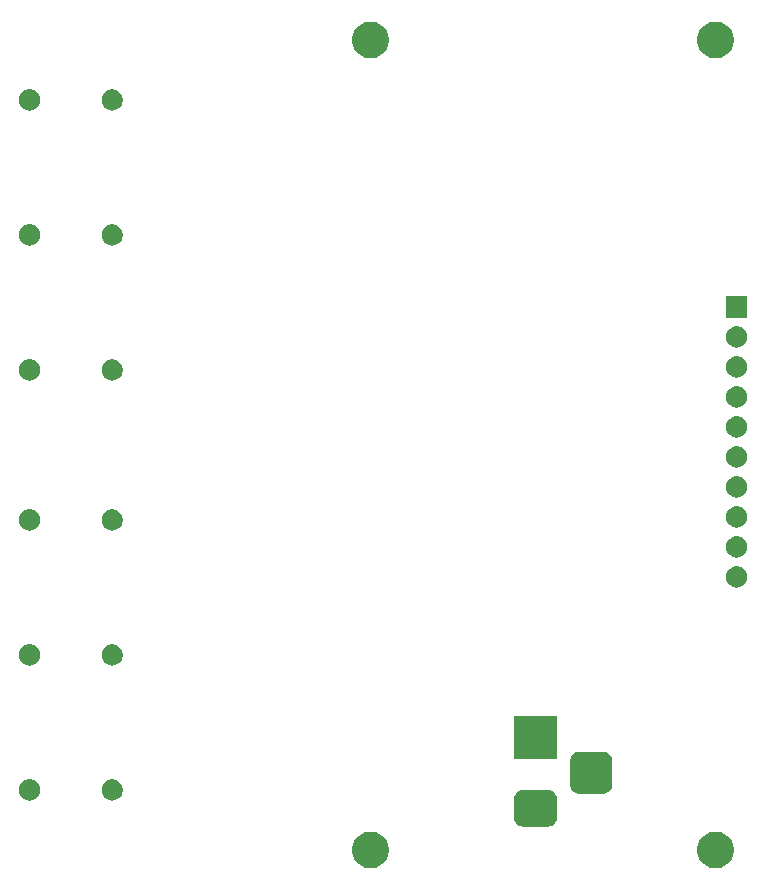
<source format=gbr>
G04 #@! TF.GenerationSoftware,KiCad,Pcbnew,(5.1.5)-3*
G04 #@! TF.CreationDate,2020-02-29T11:27:19+11:00*
G04 #@! TF.ProjectId,ADE7816_Breakout,41444537-3831-4365-9f42-7265616b6f75,rev?*
G04 #@! TF.SameCoordinates,Original*
G04 #@! TF.FileFunction,Soldermask,Bot*
G04 #@! TF.FilePolarity,Negative*
%FSLAX46Y46*%
G04 Gerber Fmt 4.6, Leading zero omitted, Abs format (unit mm)*
G04 Created by KiCad (PCBNEW (5.1.5)-3) date 2020-02-29 11:27:19*
%MOMM*%
%LPD*%
G04 APERTURE LIST*
%ADD10C,0.100000*%
G04 APERTURE END LIST*
D10*
G36*
X156512585Y-101348802D02*
G01*
X156662410Y-101378604D01*
X156944674Y-101495521D01*
X157198705Y-101665259D01*
X157414741Y-101881295D01*
X157584479Y-102135326D01*
X157701396Y-102417590D01*
X157761000Y-102717240D01*
X157761000Y-103022760D01*
X157701396Y-103322410D01*
X157584479Y-103604674D01*
X157414741Y-103858705D01*
X157198705Y-104074741D01*
X156944674Y-104244479D01*
X156662410Y-104361396D01*
X156512585Y-104391198D01*
X156362761Y-104421000D01*
X156057239Y-104421000D01*
X155907415Y-104391198D01*
X155757590Y-104361396D01*
X155475326Y-104244479D01*
X155221295Y-104074741D01*
X155005259Y-103858705D01*
X154835521Y-103604674D01*
X154718604Y-103322410D01*
X154659000Y-103022760D01*
X154659000Y-102717240D01*
X154718604Y-102417590D01*
X154835521Y-102135326D01*
X155005259Y-101881295D01*
X155221295Y-101665259D01*
X155475326Y-101495521D01*
X155757590Y-101378604D01*
X155907415Y-101348802D01*
X156057239Y-101319000D01*
X156362761Y-101319000D01*
X156512585Y-101348802D01*
G37*
G36*
X127302585Y-101348802D02*
G01*
X127452410Y-101378604D01*
X127734674Y-101495521D01*
X127988705Y-101665259D01*
X128204741Y-101881295D01*
X128374479Y-102135326D01*
X128491396Y-102417590D01*
X128551000Y-102717240D01*
X128551000Y-103022760D01*
X128491396Y-103322410D01*
X128374479Y-103604674D01*
X128204741Y-103858705D01*
X127988705Y-104074741D01*
X127734674Y-104244479D01*
X127452410Y-104361396D01*
X127302585Y-104391198D01*
X127152761Y-104421000D01*
X126847239Y-104421000D01*
X126697415Y-104391198D01*
X126547590Y-104361396D01*
X126265326Y-104244479D01*
X126011295Y-104074741D01*
X125795259Y-103858705D01*
X125625521Y-103604674D01*
X125508604Y-103322410D01*
X125449000Y-103022760D01*
X125449000Y-102717240D01*
X125508604Y-102417590D01*
X125625521Y-102135326D01*
X125795259Y-101881295D01*
X126011295Y-101665259D01*
X126265326Y-101495521D01*
X126547590Y-101378604D01*
X126697415Y-101348802D01*
X126847239Y-101319000D01*
X127152761Y-101319000D01*
X127302585Y-101348802D01*
G37*
G36*
X142196979Y-97808293D02*
G01*
X142330625Y-97848834D01*
X142453784Y-97914664D01*
X142561740Y-98003260D01*
X142650336Y-98111216D01*
X142716166Y-98234375D01*
X142756707Y-98368021D01*
X142771000Y-98513140D01*
X142771000Y-100176860D01*
X142756707Y-100321979D01*
X142716166Y-100455625D01*
X142650336Y-100578784D01*
X142561740Y-100686740D01*
X142453784Y-100775336D01*
X142330625Y-100841166D01*
X142196979Y-100881707D01*
X142051860Y-100896000D01*
X139888140Y-100896000D01*
X139743021Y-100881707D01*
X139609375Y-100841166D01*
X139486216Y-100775336D01*
X139378260Y-100686740D01*
X139289664Y-100578784D01*
X139223834Y-100455625D01*
X139183293Y-100321979D01*
X139169000Y-100176860D01*
X139169000Y-98513140D01*
X139183293Y-98368021D01*
X139223834Y-98234375D01*
X139289664Y-98111216D01*
X139378260Y-98003260D01*
X139486216Y-97914664D01*
X139609375Y-97848834D01*
X139743021Y-97808293D01*
X139888140Y-97794000D01*
X142051860Y-97794000D01*
X142196979Y-97808293D01*
G37*
G36*
X98234512Y-96893927D02*
G01*
X98383812Y-96923624D01*
X98547784Y-96991544D01*
X98695354Y-97090147D01*
X98820853Y-97215646D01*
X98919456Y-97363216D01*
X98987376Y-97527188D01*
X99022000Y-97701259D01*
X99022000Y-97878741D01*
X98987376Y-98052812D01*
X98919456Y-98216784D01*
X98820853Y-98364354D01*
X98695354Y-98489853D01*
X98547784Y-98588456D01*
X98383812Y-98656376D01*
X98234512Y-98686073D01*
X98209742Y-98691000D01*
X98032258Y-98691000D01*
X98007488Y-98686073D01*
X97858188Y-98656376D01*
X97694216Y-98588456D01*
X97546646Y-98489853D01*
X97421147Y-98364354D01*
X97322544Y-98216784D01*
X97254624Y-98052812D01*
X97220000Y-97878741D01*
X97220000Y-97701259D01*
X97254624Y-97527188D01*
X97322544Y-97363216D01*
X97421147Y-97215646D01*
X97546646Y-97090147D01*
X97694216Y-96991544D01*
X97858188Y-96923624D01*
X98007488Y-96893927D01*
X98032258Y-96889000D01*
X98209742Y-96889000D01*
X98234512Y-96893927D01*
G37*
G36*
X105234512Y-96893927D02*
G01*
X105383812Y-96923624D01*
X105547784Y-96991544D01*
X105695354Y-97090147D01*
X105820853Y-97215646D01*
X105919456Y-97363216D01*
X105987376Y-97527188D01*
X106022000Y-97701259D01*
X106022000Y-97878741D01*
X105987376Y-98052812D01*
X105919456Y-98216784D01*
X105820853Y-98364354D01*
X105695354Y-98489853D01*
X105547784Y-98588456D01*
X105383812Y-98656376D01*
X105234512Y-98686073D01*
X105209742Y-98691000D01*
X105032258Y-98691000D01*
X105007488Y-98686073D01*
X104858188Y-98656376D01*
X104694216Y-98588456D01*
X104546646Y-98489853D01*
X104421147Y-98364354D01*
X104322544Y-98216784D01*
X104254624Y-98052812D01*
X104220000Y-97878741D01*
X104220000Y-97701259D01*
X104254624Y-97527188D01*
X104322544Y-97363216D01*
X104421147Y-97215646D01*
X104546646Y-97090147D01*
X104694216Y-96991544D01*
X104858188Y-96923624D01*
X105007488Y-96893927D01*
X105032258Y-96889000D01*
X105209742Y-96889000D01*
X105234512Y-96893927D01*
G37*
G36*
X146796366Y-94560695D02*
G01*
X146953460Y-94608349D01*
X147098231Y-94685731D01*
X147225128Y-94789872D01*
X147329269Y-94916769D01*
X147406651Y-95061540D01*
X147454305Y-95218634D01*
X147471000Y-95388140D01*
X147471000Y-97301860D01*
X147454305Y-97471366D01*
X147406651Y-97628460D01*
X147329269Y-97773231D01*
X147225128Y-97900128D01*
X147098231Y-98004269D01*
X146953460Y-98081651D01*
X146796366Y-98129305D01*
X146626860Y-98146000D01*
X144713140Y-98146000D01*
X144543634Y-98129305D01*
X144386540Y-98081651D01*
X144241769Y-98004269D01*
X144114872Y-97900128D01*
X144010731Y-97773231D01*
X143933349Y-97628460D01*
X143885695Y-97471366D01*
X143869000Y-97301860D01*
X143869000Y-95388140D01*
X143885695Y-95218634D01*
X143933349Y-95061540D01*
X144010731Y-94916769D01*
X144114872Y-94789872D01*
X144241769Y-94685731D01*
X144386540Y-94608349D01*
X144543634Y-94560695D01*
X144713140Y-94544000D01*
X146626860Y-94544000D01*
X146796366Y-94560695D01*
G37*
G36*
X142771000Y-95146000D02*
G01*
X139169000Y-95146000D01*
X139169000Y-91544000D01*
X142771000Y-91544000D01*
X142771000Y-95146000D01*
G37*
G36*
X98234512Y-85463927D02*
G01*
X98383812Y-85493624D01*
X98547784Y-85561544D01*
X98695354Y-85660147D01*
X98820853Y-85785646D01*
X98919456Y-85933216D01*
X98987376Y-86097188D01*
X99022000Y-86271259D01*
X99022000Y-86448741D01*
X98987376Y-86622812D01*
X98919456Y-86786784D01*
X98820853Y-86934354D01*
X98695354Y-87059853D01*
X98547784Y-87158456D01*
X98383812Y-87226376D01*
X98234512Y-87256073D01*
X98209742Y-87261000D01*
X98032258Y-87261000D01*
X98007488Y-87256073D01*
X97858188Y-87226376D01*
X97694216Y-87158456D01*
X97546646Y-87059853D01*
X97421147Y-86934354D01*
X97322544Y-86786784D01*
X97254624Y-86622812D01*
X97220000Y-86448741D01*
X97220000Y-86271259D01*
X97254624Y-86097188D01*
X97322544Y-85933216D01*
X97421147Y-85785646D01*
X97546646Y-85660147D01*
X97694216Y-85561544D01*
X97858188Y-85493624D01*
X98007488Y-85463927D01*
X98032258Y-85459000D01*
X98209742Y-85459000D01*
X98234512Y-85463927D01*
G37*
G36*
X105234512Y-85463927D02*
G01*
X105383812Y-85493624D01*
X105547784Y-85561544D01*
X105695354Y-85660147D01*
X105820853Y-85785646D01*
X105919456Y-85933216D01*
X105987376Y-86097188D01*
X106022000Y-86271259D01*
X106022000Y-86448741D01*
X105987376Y-86622812D01*
X105919456Y-86786784D01*
X105820853Y-86934354D01*
X105695354Y-87059853D01*
X105547784Y-87158456D01*
X105383812Y-87226376D01*
X105234512Y-87256073D01*
X105209742Y-87261000D01*
X105032258Y-87261000D01*
X105007488Y-87256073D01*
X104858188Y-87226376D01*
X104694216Y-87158456D01*
X104546646Y-87059853D01*
X104421147Y-86934354D01*
X104322544Y-86786784D01*
X104254624Y-86622812D01*
X104220000Y-86448741D01*
X104220000Y-86271259D01*
X104254624Y-86097188D01*
X104322544Y-85933216D01*
X104421147Y-85785646D01*
X104546646Y-85660147D01*
X104694216Y-85561544D01*
X104858188Y-85493624D01*
X105007488Y-85463927D01*
X105032258Y-85459000D01*
X105209742Y-85459000D01*
X105234512Y-85463927D01*
G37*
G36*
X158101512Y-78859927D02*
G01*
X158250812Y-78889624D01*
X158414784Y-78957544D01*
X158562354Y-79056147D01*
X158687853Y-79181646D01*
X158786456Y-79329216D01*
X158854376Y-79493188D01*
X158889000Y-79667259D01*
X158889000Y-79844741D01*
X158854376Y-80018812D01*
X158786456Y-80182784D01*
X158687853Y-80330354D01*
X158562354Y-80455853D01*
X158414784Y-80554456D01*
X158250812Y-80622376D01*
X158101512Y-80652073D01*
X158076742Y-80657000D01*
X157899258Y-80657000D01*
X157874488Y-80652073D01*
X157725188Y-80622376D01*
X157561216Y-80554456D01*
X157413646Y-80455853D01*
X157288147Y-80330354D01*
X157189544Y-80182784D01*
X157121624Y-80018812D01*
X157087000Y-79844741D01*
X157087000Y-79667259D01*
X157121624Y-79493188D01*
X157189544Y-79329216D01*
X157288147Y-79181646D01*
X157413646Y-79056147D01*
X157561216Y-78957544D01*
X157725188Y-78889624D01*
X157874488Y-78859927D01*
X157899258Y-78855000D01*
X158076742Y-78855000D01*
X158101512Y-78859927D01*
G37*
G36*
X158101512Y-76319927D02*
G01*
X158250812Y-76349624D01*
X158414784Y-76417544D01*
X158562354Y-76516147D01*
X158687853Y-76641646D01*
X158786456Y-76789216D01*
X158854376Y-76953188D01*
X158889000Y-77127259D01*
X158889000Y-77304741D01*
X158854376Y-77478812D01*
X158786456Y-77642784D01*
X158687853Y-77790354D01*
X158562354Y-77915853D01*
X158414784Y-78014456D01*
X158250812Y-78082376D01*
X158101512Y-78112073D01*
X158076742Y-78117000D01*
X157899258Y-78117000D01*
X157874488Y-78112073D01*
X157725188Y-78082376D01*
X157561216Y-78014456D01*
X157413646Y-77915853D01*
X157288147Y-77790354D01*
X157189544Y-77642784D01*
X157121624Y-77478812D01*
X157087000Y-77304741D01*
X157087000Y-77127259D01*
X157121624Y-76953188D01*
X157189544Y-76789216D01*
X157288147Y-76641646D01*
X157413646Y-76516147D01*
X157561216Y-76417544D01*
X157725188Y-76349624D01*
X157874488Y-76319927D01*
X157899258Y-76315000D01*
X158076742Y-76315000D01*
X158101512Y-76319927D01*
G37*
G36*
X105234512Y-74033927D02*
G01*
X105383812Y-74063624D01*
X105547784Y-74131544D01*
X105695354Y-74230147D01*
X105820853Y-74355646D01*
X105919456Y-74503216D01*
X105987376Y-74667188D01*
X106022000Y-74841259D01*
X106022000Y-75018741D01*
X105987376Y-75192812D01*
X105919456Y-75356784D01*
X105820853Y-75504354D01*
X105695354Y-75629853D01*
X105547784Y-75728456D01*
X105383812Y-75796376D01*
X105234512Y-75826073D01*
X105209742Y-75831000D01*
X105032258Y-75831000D01*
X105007488Y-75826073D01*
X104858188Y-75796376D01*
X104694216Y-75728456D01*
X104546646Y-75629853D01*
X104421147Y-75504354D01*
X104322544Y-75356784D01*
X104254624Y-75192812D01*
X104220000Y-75018741D01*
X104220000Y-74841259D01*
X104254624Y-74667188D01*
X104322544Y-74503216D01*
X104421147Y-74355646D01*
X104546646Y-74230147D01*
X104694216Y-74131544D01*
X104858188Y-74063624D01*
X105007488Y-74033927D01*
X105032258Y-74029000D01*
X105209742Y-74029000D01*
X105234512Y-74033927D01*
G37*
G36*
X98234512Y-74033927D02*
G01*
X98383812Y-74063624D01*
X98547784Y-74131544D01*
X98695354Y-74230147D01*
X98820853Y-74355646D01*
X98919456Y-74503216D01*
X98987376Y-74667188D01*
X99022000Y-74841259D01*
X99022000Y-75018741D01*
X98987376Y-75192812D01*
X98919456Y-75356784D01*
X98820853Y-75504354D01*
X98695354Y-75629853D01*
X98547784Y-75728456D01*
X98383812Y-75796376D01*
X98234512Y-75826073D01*
X98209742Y-75831000D01*
X98032258Y-75831000D01*
X98007488Y-75826073D01*
X97858188Y-75796376D01*
X97694216Y-75728456D01*
X97546646Y-75629853D01*
X97421147Y-75504354D01*
X97322544Y-75356784D01*
X97254624Y-75192812D01*
X97220000Y-75018741D01*
X97220000Y-74841259D01*
X97254624Y-74667188D01*
X97322544Y-74503216D01*
X97421147Y-74355646D01*
X97546646Y-74230147D01*
X97694216Y-74131544D01*
X97858188Y-74063624D01*
X98007488Y-74033927D01*
X98032258Y-74029000D01*
X98209742Y-74029000D01*
X98234512Y-74033927D01*
G37*
G36*
X158101512Y-73779927D02*
G01*
X158250812Y-73809624D01*
X158414784Y-73877544D01*
X158562354Y-73976147D01*
X158687853Y-74101646D01*
X158786456Y-74249216D01*
X158854376Y-74413188D01*
X158889000Y-74587259D01*
X158889000Y-74764741D01*
X158854376Y-74938812D01*
X158786456Y-75102784D01*
X158687853Y-75250354D01*
X158562354Y-75375853D01*
X158414784Y-75474456D01*
X158250812Y-75542376D01*
X158101512Y-75572073D01*
X158076742Y-75577000D01*
X157899258Y-75577000D01*
X157874488Y-75572073D01*
X157725188Y-75542376D01*
X157561216Y-75474456D01*
X157413646Y-75375853D01*
X157288147Y-75250354D01*
X157189544Y-75102784D01*
X157121624Y-74938812D01*
X157087000Y-74764741D01*
X157087000Y-74587259D01*
X157121624Y-74413188D01*
X157189544Y-74249216D01*
X157288147Y-74101646D01*
X157413646Y-73976147D01*
X157561216Y-73877544D01*
X157725188Y-73809624D01*
X157874488Y-73779927D01*
X157899258Y-73775000D01*
X158076742Y-73775000D01*
X158101512Y-73779927D01*
G37*
G36*
X158101512Y-71239927D02*
G01*
X158250812Y-71269624D01*
X158414784Y-71337544D01*
X158562354Y-71436147D01*
X158687853Y-71561646D01*
X158786456Y-71709216D01*
X158854376Y-71873188D01*
X158889000Y-72047259D01*
X158889000Y-72224741D01*
X158854376Y-72398812D01*
X158786456Y-72562784D01*
X158687853Y-72710354D01*
X158562354Y-72835853D01*
X158414784Y-72934456D01*
X158250812Y-73002376D01*
X158101512Y-73032073D01*
X158076742Y-73037000D01*
X157899258Y-73037000D01*
X157874488Y-73032073D01*
X157725188Y-73002376D01*
X157561216Y-72934456D01*
X157413646Y-72835853D01*
X157288147Y-72710354D01*
X157189544Y-72562784D01*
X157121624Y-72398812D01*
X157087000Y-72224741D01*
X157087000Y-72047259D01*
X157121624Y-71873188D01*
X157189544Y-71709216D01*
X157288147Y-71561646D01*
X157413646Y-71436147D01*
X157561216Y-71337544D01*
X157725188Y-71269624D01*
X157874488Y-71239927D01*
X157899258Y-71235000D01*
X158076742Y-71235000D01*
X158101512Y-71239927D01*
G37*
G36*
X158101512Y-68699927D02*
G01*
X158250812Y-68729624D01*
X158414784Y-68797544D01*
X158562354Y-68896147D01*
X158687853Y-69021646D01*
X158786456Y-69169216D01*
X158854376Y-69333188D01*
X158889000Y-69507259D01*
X158889000Y-69684741D01*
X158854376Y-69858812D01*
X158786456Y-70022784D01*
X158687853Y-70170354D01*
X158562354Y-70295853D01*
X158414784Y-70394456D01*
X158250812Y-70462376D01*
X158101512Y-70492073D01*
X158076742Y-70497000D01*
X157899258Y-70497000D01*
X157874488Y-70492073D01*
X157725188Y-70462376D01*
X157561216Y-70394456D01*
X157413646Y-70295853D01*
X157288147Y-70170354D01*
X157189544Y-70022784D01*
X157121624Y-69858812D01*
X157087000Y-69684741D01*
X157087000Y-69507259D01*
X157121624Y-69333188D01*
X157189544Y-69169216D01*
X157288147Y-69021646D01*
X157413646Y-68896147D01*
X157561216Y-68797544D01*
X157725188Y-68729624D01*
X157874488Y-68699927D01*
X157899258Y-68695000D01*
X158076742Y-68695000D01*
X158101512Y-68699927D01*
G37*
G36*
X158101512Y-66159927D02*
G01*
X158250812Y-66189624D01*
X158414784Y-66257544D01*
X158562354Y-66356147D01*
X158687853Y-66481646D01*
X158786456Y-66629216D01*
X158854376Y-66793188D01*
X158889000Y-66967259D01*
X158889000Y-67144741D01*
X158854376Y-67318812D01*
X158786456Y-67482784D01*
X158687853Y-67630354D01*
X158562354Y-67755853D01*
X158414784Y-67854456D01*
X158250812Y-67922376D01*
X158101512Y-67952073D01*
X158076742Y-67957000D01*
X157899258Y-67957000D01*
X157874488Y-67952073D01*
X157725188Y-67922376D01*
X157561216Y-67854456D01*
X157413646Y-67755853D01*
X157288147Y-67630354D01*
X157189544Y-67482784D01*
X157121624Y-67318812D01*
X157087000Y-67144741D01*
X157087000Y-66967259D01*
X157121624Y-66793188D01*
X157189544Y-66629216D01*
X157288147Y-66481646D01*
X157413646Y-66356147D01*
X157561216Y-66257544D01*
X157725188Y-66189624D01*
X157874488Y-66159927D01*
X157899258Y-66155000D01*
X158076742Y-66155000D01*
X158101512Y-66159927D01*
G37*
G36*
X158101512Y-63619927D02*
G01*
X158250812Y-63649624D01*
X158414784Y-63717544D01*
X158562354Y-63816147D01*
X158687853Y-63941646D01*
X158786456Y-64089216D01*
X158854376Y-64253188D01*
X158889000Y-64427259D01*
X158889000Y-64604741D01*
X158854376Y-64778812D01*
X158786456Y-64942784D01*
X158687853Y-65090354D01*
X158562354Y-65215853D01*
X158414784Y-65314456D01*
X158250812Y-65382376D01*
X158101512Y-65412073D01*
X158076742Y-65417000D01*
X157899258Y-65417000D01*
X157874488Y-65412073D01*
X157725188Y-65382376D01*
X157561216Y-65314456D01*
X157413646Y-65215853D01*
X157288147Y-65090354D01*
X157189544Y-64942784D01*
X157121624Y-64778812D01*
X157087000Y-64604741D01*
X157087000Y-64427259D01*
X157121624Y-64253188D01*
X157189544Y-64089216D01*
X157288147Y-63941646D01*
X157413646Y-63816147D01*
X157561216Y-63717544D01*
X157725188Y-63649624D01*
X157874488Y-63619927D01*
X157899258Y-63615000D01*
X158076742Y-63615000D01*
X158101512Y-63619927D01*
G37*
G36*
X105234512Y-61333927D02*
G01*
X105383812Y-61363624D01*
X105547784Y-61431544D01*
X105695354Y-61530147D01*
X105820853Y-61655646D01*
X105919456Y-61803216D01*
X105987376Y-61967188D01*
X106022000Y-62141259D01*
X106022000Y-62318741D01*
X105987376Y-62492812D01*
X105919456Y-62656784D01*
X105820853Y-62804354D01*
X105695354Y-62929853D01*
X105547784Y-63028456D01*
X105383812Y-63096376D01*
X105234512Y-63126073D01*
X105209742Y-63131000D01*
X105032258Y-63131000D01*
X105007488Y-63126073D01*
X104858188Y-63096376D01*
X104694216Y-63028456D01*
X104546646Y-62929853D01*
X104421147Y-62804354D01*
X104322544Y-62656784D01*
X104254624Y-62492812D01*
X104220000Y-62318741D01*
X104220000Y-62141259D01*
X104254624Y-61967188D01*
X104322544Y-61803216D01*
X104421147Y-61655646D01*
X104546646Y-61530147D01*
X104694216Y-61431544D01*
X104858188Y-61363624D01*
X105007488Y-61333927D01*
X105032258Y-61329000D01*
X105209742Y-61329000D01*
X105234512Y-61333927D01*
G37*
G36*
X98234512Y-61333927D02*
G01*
X98383812Y-61363624D01*
X98547784Y-61431544D01*
X98695354Y-61530147D01*
X98820853Y-61655646D01*
X98919456Y-61803216D01*
X98987376Y-61967188D01*
X99022000Y-62141259D01*
X99022000Y-62318741D01*
X98987376Y-62492812D01*
X98919456Y-62656784D01*
X98820853Y-62804354D01*
X98695354Y-62929853D01*
X98547784Y-63028456D01*
X98383812Y-63096376D01*
X98234512Y-63126073D01*
X98209742Y-63131000D01*
X98032258Y-63131000D01*
X98007488Y-63126073D01*
X97858188Y-63096376D01*
X97694216Y-63028456D01*
X97546646Y-62929853D01*
X97421147Y-62804354D01*
X97322544Y-62656784D01*
X97254624Y-62492812D01*
X97220000Y-62318741D01*
X97220000Y-62141259D01*
X97254624Y-61967188D01*
X97322544Y-61803216D01*
X97421147Y-61655646D01*
X97546646Y-61530147D01*
X97694216Y-61431544D01*
X97858188Y-61363624D01*
X98007488Y-61333927D01*
X98032258Y-61329000D01*
X98209742Y-61329000D01*
X98234512Y-61333927D01*
G37*
G36*
X158101512Y-61079927D02*
G01*
X158250812Y-61109624D01*
X158414784Y-61177544D01*
X158562354Y-61276147D01*
X158687853Y-61401646D01*
X158786456Y-61549216D01*
X158854376Y-61713188D01*
X158889000Y-61887259D01*
X158889000Y-62064741D01*
X158854376Y-62238812D01*
X158786456Y-62402784D01*
X158687853Y-62550354D01*
X158562354Y-62675853D01*
X158414784Y-62774456D01*
X158250812Y-62842376D01*
X158101512Y-62872073D01*
X158076742Y-62877000D01*
X157899258Y-62877000D01*
X157874488Y-62872073D01*
X157725188Y-62842376D01*
X157561216Y-62774456D01*
X157413646Y-62675853D01*
X157288147Y-62550354D01*
X157189544Y-62402784D01*
X157121624Y-62238812D01*
X157087000Y-62064741D01*
X157087000Y-61887259D01*
X157121624Y-61713188D01*
X157189544Y-61549216D01*
X157288147Y-61401646D01*
X157413646Y-61276147D01*
X157561216Y-61177544D01*
X157725188Y-61109624D01*
X157874488Y-61079927D01*
X157899258Y-61075000D01*
X158076742Y-61075000D01*
X158101512Y-61079927D01*
G37*
G36*
X158101512Y-58539927D02*
G01*
X158250812Y-58569624D01*
X158414784Y-58637544D01*
X158562354Y-58736147D01*
X158687853Y-58861646D01*
X158786456Y-59009216D01*
X158854376Y-59173188D01*
X158889000Y-59347259D01*
X158889000Y-59524741D01*
X158854376Y-59698812D01*
X158786456Y-59862784D01*
X158687853Y-60010354D01*
X158562354Y-60135853D01*
X158414784Y-60234456D01*
X158250812Y-60302376D01*
X158101512Y-60332073D01*
X158076742Y-60337000D01*
X157899258Y-60337000D01*
X157874488Y-60332073D01*
X157725188Y-60302376D01*
X157561216Y-60234456D01*
X157413646Y-60135853D01*
X157288147Y-60010354D01*
X157189544Y-59862784D01*
X157121624Y-59698812D01*
X157087000Y-59524741D01*
X157087000Y-59347259D01*
X157121624Y-59173188D01*
X157189544Y-59009216D01*
X157288147Y-58861646D01*
X157413646Y-58736147D01*
X157561216Y-58637544D01*
X157725188Y-58569624D01*
X157874488Y-58539927D01*
X157899258Y-58535000D01*
X158076742Y-58535000D01*
X158101512Y-58539927D01*
G37*
G36*
X158889000Y-57797000D02*
G01*
X157087000Y-57797000D01*
X157087000Y-55995000D01*
X158889000Y-55995000D01*
X158889000Y-57797000D01*
G37*
G36*
X105234512Y-49903927D02*
G01*
X105383812Y-49933624D01*
X105547784Y-50001544D01*
X105695354Y-50100147D01*
X105820853Y-50225646D01*
X105919456Y-50373216D01*
X105987376Y-50537188D01*
X106022000Y-50711259D01*
X106022000Y-50888741D01*
X105987376Y-51062812D01*
X105919456Y-51226784D01*
X105820853Y-51374354D01*
X105695354Y-51499853D01*
X105547784Y-51598456D01*
X105383812Y-51666376D01*
X105234512Y-51696073D01*
X105209742Y-51701000D01*
X105032258Y-51701000D01*
X105007488Y-51696073D01*
X104858188Y-51666376D01*
X104694216Y-51598456D01*
X104546646Y-51499853D01*
X104421147Y-51374354D01*
X104322544Y-51226784D01*
X104254624Y-51062812D01*
X104220000Y-50888741D01*
X104220000Y-50711259D01*
X104254624Y-50537188D01*
X104322544Y-50373216D01*
X104421147Y-50225646D01*
X104546646Y-50100147D01*
X104694216Y-50001544D01*
X104858188Y-49933624D01*
X105007488Y-49903927D01*
X105032258Y-49899000D01*
X105209742Y-49899000D01*
X105234512Y-49903927D01*
G37*
G36*
X98234512Y-49903927D02*
G01*
X98383812Y-49933624D01*
X98547784Y-50001544D01*
X98695354Y-50100147D01*
X98820853Y-50225646D01*
X98919456Y-50373216D01*
X98987376Y-50537188D01*
X99022000Y-50711259D01*
X99022000Y-50888741D01*
X98987376Y-51062812D01*
X98919456Y-51226784D01*
X98820853Y-51374354D01*
X98695354Y-51499853D01*
X98547784Y-51598456D01*
X98383812Y-51666376D01*
X98234512Y-51696073D01*
X98209742Y-51701000D01*
X98032258Y-51701000D01*
X98007488Y-51696073D01*
X97858188Y-51666376D01*
X97694216Y-51598456D01*
X97546646Y-51499853D01*
X97421147Y-51374354D01*
X97322544Y-51226784D01*
X97254624Y-51062812D01*
X97220000Y-50888741D01*
X97220000Y-50711259D01*
X97254624Y-50537188D01*
X97322544Y-50373216D01*
X97421147Y-50225646D01*
X97546646Y-50100147D01*
X97694216Y-50001544D01*
X97858188Y-49933624D01*
X98007488Y-49903927D01*
X98032258Y-49899000D01*
X98209742Y-49899000D01*
X98234512Y-49903927D01*
G37*
G36*
X98234512Y-38473927D02*
G01*
X98383812Y-38503624D01*
X98547784Y-38571544D01*
X98695354Y-38670147D01*
X98820853Y-38795646D01*
X98919456Y-38943216D01*
X98987376Y-39107188D01*
X99022000Y-39281259D01*
X99022000Y-39458741D01*
X98987376Y-39632812D01*
X98919456Y-39796784D01*
X98820853Y-39944354D01*
X98695354Y-40069853D01*
X98547784Y-40168456D01*
X98383812Y-40236376D01*
X98234512Y-40266073D01*
X98209742Y-40271000D01*
X98032258Y-40271000D01*
X98007488Y-40266073D01*
X97858188Y-40236376D01*
X97694216Y-40168456D01*
X97546646Y-40069853D01*
X97421147Y-39944354D01*
X97322544Y-39796784D01*
X97254624Y-39632812D01*
X97220000Y-39458741D01*
X97220000Y-39281259D01*
X97254624Y-39107188D01*
X97322544Y-38943216D01*
X97421147Y-38795646D01*
X97546646Y-38670147D01*
X97694216Y-38571544D01*
X97858188Y-38503624D01*
X98007488Y-38473927D01*
X98032258Y-38469000D01*
X98209742Y-38469000D01*
X98234512Y-38473927D01*
G37*
G36*
X105234512Y-38473927D02*
G01*
X105383812Y-38503624D01*
X105547784Y-38571544D01*
X105695354Y-38670147D01*
X105820853Y-38795646D01*
X105919456Y-38943216D01*
X105987376Y-39107188D01*
X106022000Y-39281259D01*
X106022000Y-39458741D01*
X105987376Y-39632812D01*
X105919456Y-39796784D01*
X105820853Y-39944354D01*
X105695354Y-40069853D01*
X105547784Y-40168456D01*
X105383812Y-40236376D01*
X105234512Y-40266073D01*
X105209742Y-40271000D01*
X105032258Y-40271000D01*
X105007488Y-40266073D01*
X104858188Y-40236376D01*
X104694216Y-40168456D01*
X104546646Y-40069853D01*
X104421147Y-39944354D01*
X104322544Y-39796784D01*
X104254624Y-39632812D01*
X104220000Y-39458741D01*
X104220000Y-39281259D01*
X104254624Y-39107188D01*
X104322544Y-38943216D01*
X104421147Y-38795646D01*
X104546646Y-38670147D01*
X104694216Y-38571544D01*
X104858188Y-38503624D01*
X105007488Y-38473927D01*
X105032258Y-38469000D01*
X105209742Y-38469000D01*
X105234512Y-38473927D01*
G37*
G36*
X127302585Y-32768802D02*
G01*
X127452410Y-32798604D01*
X127734674Y-32915521D01*
X127988705Y-33085259D01*
X128204741Y-33301295D01*
X128374479Y-33555326D01*
X128491396Y-33837590D01*
X128551000Y-34137240D01*
X128551000Y-34442760D01*
X128491396Y-34742410D01*
X128374479Y-35024674D01*
X128204741Y-35278705D01*
X127988705Y-35494741D01*
X127734674Y-35664479D01*
X127452410Y-35781396D01*
X127302585Y-35811198D01*
X127152761Y-35841000D01*
X126847239Y-35841000D01*
X126697415Y-35811198D01*
X126547590Y-35781396D01*
X126265326Y-35664479D01*
X126011295Y-35494741D01*
X125795259Y-35278705D01*
X125625521Y-35024674D01*
X125508604Y-34742410D01*
X125449000Y-34442760D01*
X125449000Y-34137240D01*
X125508604Y-33837590D01*
X125625521Y-33555326D01*
X125795259Y-33301295D01*
X126011295Y-33085259D01*
X126265326Y-32915521D01*
X126547590Y-32798604D01*
X126697415Y-32768802D01*
X126847239Y-32739000D01*
X127152761Y-32739000D01*
X127302585Y-32768802D01*
G37*
G36*
X156512585Y-32768802D02*
G01*
X156662410Y-32798604D01*
X156944674Y-32915521D01*
X157198705Y-33085259D01*
X157414741Y-33301295D01*
X157584479Y-33555326D01*
X157701396Y-33837590D01*
X157761000Y-34137240D01*
X157761000Y-34442760D01*
X157701396Y-34742410D01*
X157584479Y-35024674D01*
X157414741Y-35278705D01*
X157198705Y-35494741D01*
X156944674Y-35664479D01*
X156662410Y-35781396D01*
X156512585Y-35811198D01*
X156362761Y-35841000D01*
X156057239Y-35841000D01*
X155907415Y-35811198D01*
X155757590Y-35781396D01*
X155475326Y-35664479D01*
X155221295Y-35494741D01*
X155005259Y-35278705D01*
X154835521Y-35024674D01*
X154718604Y-34742410D01*
X154659000Y-34442760D01*
X154659000Y-34137240D01*
X154718604Y-33837590D01*
X154835521Y-33555326D01*
X155005259Y-33301295D01*
X155221295Y-33085259D01*
X155475326Y-32915521D01*
X155757590Y-32798604D01*
X155907415Y-32768802D01*
X156057239Y-32739000D01*
X156362761Y-32739000D01*
X156512585Y-32768802D01*
G37*
M02*

</source>
